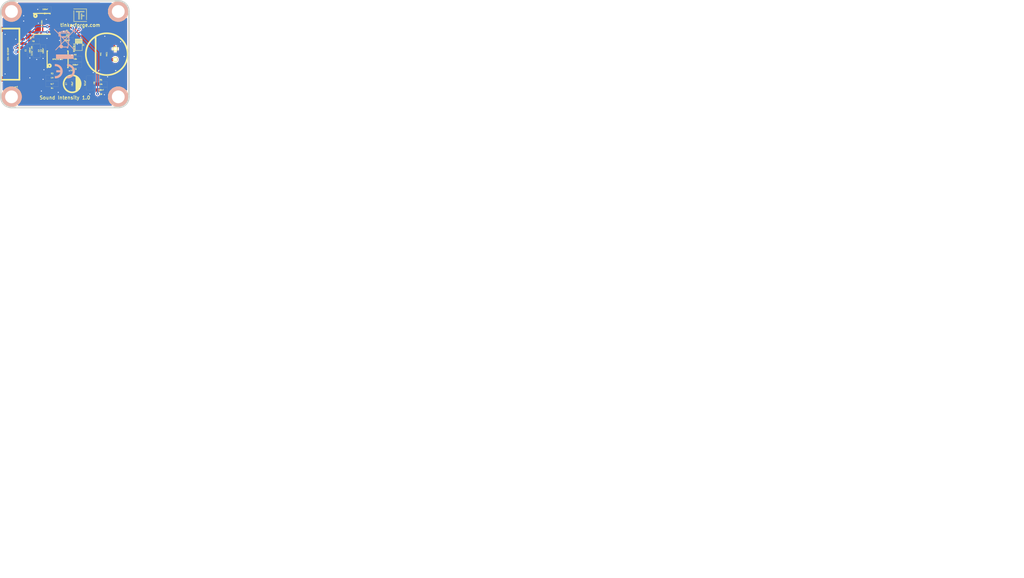
<source format=kicad_pcb>
(kicad_pcb (version 3) (host pcbnew "(2013-05-18 BZR 4017)-stable")
  (title_block (title "Sound Intensity Bricklet") (rev 1.0) (company "Tinkerforge GmbH") (comment 1 "Licensed under CERN OHL v.1.1") (comment 2 "Copyright (©) 2013, B.Nordmeyer <bastian@tinkerforge.com>"))
  (layers (15 Vorderseite signal) (0 Rückseite signal hide) (18 B.Paste user) (19 F.Paste user) (20 B.SilkS user) (21 F.SilkS user) (22 B.Mask user) (23 F.Mask user) (28 Edge.Cuts user))
  (net 0 "")
  (net 1 GND)
  (net 2 N-0000010)
  (net 3 N-0000011)
  (net 4 N-0000012)
  (net 5 N-0000013)
  (net 6 N-0000018)
  (net 7 N-0000019)
  (net 8 N-000002)
  (net 9 N-000005)
  (net 10 N-000007)
  (net 11 N-000008)
  (net 12 N-000009)
  (net 13 VAA)
  (net 14 VCC)
  (module CE_5mm (layer Rückseite) (at 57.85 46.3 180)
    (fp_text reference VAL hide)
    (fp_text value CE_5mm hide)
  )
  (module SOIC8 (layer Vorderseite) (at 56.2 43.5)
    (fp_text reference U1 (at 3.29946 2.60096) (layer F.SilkS) (effects (font (size 0.29972 0.29972) (thickness 0.0762))))
    (fp_text value OPA2313ID (at 0 0) (layer F.SilkS) (effects (font (size 0.29972 0.29972) (thickness 0.0762))))
    (pad 1 smd rect (at -1.90246 2.69748 180) (size 0.59944 1.5494) (layers Vorderseite F.Paste F.Mask) (net 11 N-000008))
    (pad 2 smd rect (at -0.63246 2.69748 180) (size 0.59944 1.5494) (layers Vorderseite F.Paste F.Mask) (net 9 N-000005))
    (pad 3 smd rect (at 0.63246 2.69748 180) (size 0.59944 1.5494) (layers Vorderseite F.Paste F.Mask) (net 7 N-0000019))
    (pad 4 smd rect (at 1.90246 2.69748 180) (size 0.59944 1.5494) (layers Vorderseite F.Paste F.Mask) (net 1 GND))
    (pad 5 smd rect (at 1.90246 -2.69748) (size 0.59944 1.5494) (layers Vorderseite F.Paste F.Mask) (net 12 N-000009))
    (pad 6 smd rect (at 0.63246 -2.69748) (size 0.59944 1.5494) (layers Vorderseite F.Paste F.Mask) (net 5 N-0000013))
    (pad 7 smd rect (at -0.63246 -2.69748) (size 0.59944 1.5494) (layers Vorderseite F.Paste F.Mask) (net 5 N-0000013))
    (pad 8 smd rect (at -1.90246 -2.69748) (size 0.59944 1.5494) (layers Vorderseite F.Paste F.Mask) (net 13 VAA))
  )
  (module DRILL_NP (layer Vorderseite) (at 70.4 32.3)
    (fp_text reference U3 hide)
    (fp_text value DRILL hide)
    (pad "" thru_hole circle (at 0 0) (size 2.99974 2.99974) (drill 2.99974) (layers *.Cu *.SilkS *.Mask) (clearance 0.89916))
  )
  (module DRILL_NP (layer Vorderseite) (at 45.4 52.3)
    (fp_text reference U4 hide)
    (fp_text value DRILL hide)
    (pad "" thru_hole circle (at 0 0) (size 2.99974 2.99974) (drill 2.99974) (layers *.Cu *.SilkS *.Mask) (clearance 0.89916))
  )
  (module DRILL_NP (layer Vorderseite) (at 45.4 32.3)
    (fp_text reference U6 hide)
    (fp_text value DRILL hide)
    (pad "" thru_hole circle (at 0 0) (size 2.99974 2.99974) (drill 2.99974) (layers *.Cu *.SilkS *.Mask) (clearance 0.89916))
  )
  (module DRILL_NP (layer Vorderseite) (at 70.4 52.3)
    (fp_text reference U5 hide)
    (fp_text value DRILL hide)
    (pad "" thru_hole circle (at 0 0) (size 2.99974 2.99974) (drill 2.99974) (layers *.Cu *.SilkS *.Mask) (clearance 0.89916))
  )
  (module CON-SENSOR (layer Vorderseite) (at 43 42.3 270)
    (fp_text reference P1 (at 7.9502 -3.50012 270) (layer F.SilkS) (effects (font (size 0.59944 0.59944) (thickness 0.12446))))
    (fp_text value CON-SENSOR (at 0 -1.6002 270) (layer F.SilkS) (effects (font (size 0.29972 0.29972) (thickness 0.07112))))
    (pad 1 smd rect (at -4.50088 -4.7752 270) (size 0.59944 1.5494) (layers Vorderseite F.Paste F.Mask))
    (pad 2 smd rect (at -3.50012 -4.7752 270) (size 0.59944 1.5494) (layers Vorderseite F.Paste F.Mask) (net 1 GND))
    (pad 3 smd rect (at -2.49936 -4.7752 270) (size 0.59944 1.5494) (layers Vorderseite F.Paste F.Mask) (net 14 VCC))
    (pad 4 smd rect (at -1.50114 -4.7752 270) (size 0.59944 1.5494) (layers Vorderseite F.Paste F.Mask) (net 2 N-0000010))
    (pad 5 smd rect (at -0.50038 -4.7752 270) (size 0.59944 1.5494) (layers Vorderseite F.Paste F.Mask) (net 3 N-0000011))
    (pad 6 smd rect (at 0.50038 -4.7752 270) (size 0.59944 1.5494) (layers Vorderseite F.Paste F.Mask) (net 4 N-0000012))
    (pad 7 smd rect (at 1.50114 -4.7752 270) (size 0.59944 1.5494) (layers Vorderseite F.Paste F.Mask) (net 5 N-0000013))
    (pad 8 smd rect (at 2.49936 -4.7752 270) (size 0.59944 1.5494) (layers Vorderseite F.Paste F.Mask))
    (pad 9 smd rect (at 3.50012 -4.7752 270) (size 0.59944 1.5494) (layers Vorderseite F.Paste F.Mask))
    (pad 10 smd rect (at 4.50088 -4.7752 270) (size 0.59944 1.5494) (layers Vorderseite F.Paste F.Mask))
    (pad EP smd rect (at -5.79882 -0.89916 270) (size 1.19888 1.80086) (layers Vorderseite F.Paste F.Mask) (net 1 GND))
    (pad EP smd rect (at 5.79882 -0.89916 270) (size 1.19888 1.80086) (layers Vorderseite F.Paste F.Mask) (net 1 GND))
  )
  (module 0603 (layer Vorderseite) (at 52.8 41.5 90)
    (fp_text reference C2 (at 0 -1.00076 90) (layer F.SilkS) (effects (font (size 0.29972 0.29972) (thickness 0.0762))))
    (fp_text value 100nF (at 0 0 90) (layer F.SilkS) (effects (font (size 0.29972 0.29972) (thickness 0.0762))))
    (pad 1 smd rect (at -0.8001 0 90) (size 0.8001 0.8001) (layers Vorderseite F.Paste F.Mask) (net 1 GND))
    (pad 2 smd rect (at 0.8001 0 90) (size 0.8001 0.8001) (layers Vorderseite F.Paste F.Mask) (net 13 VAA))
  )
  (module 0603 (layer Vorderseite) (at 58.45 37.8)
    (fp_text reference R1 (at 0 -1.00076) (layer F.SilkS) (effects (font (size 0.29972 0.29972) (thickness 0.0762))))
    (fp_text value 1M (at 0 0) (layer F.SilkS) (effects (font (size 0.29972 0.29972) (thickness 0.0762))))
    (pad 1 smd rect (at -0.8001 0) (size 0.8001 0.8001) (layers Vorderseite F.Paste F.Mask) (net 1 GND))
    (pad 2 smd rect (at 0.8001 0) (size 0.8001 0.8001) (layers Vorderseite F.Paste F.Mask) (net 12 N-000009))
  )
  (module 0603 (layer Vorderseite) (at 49.7 41.4 90)
    (fp_text reference C1 (at 0 -1.00076 90) (layer F.SilkS) (effects (font (size 0.29972 0.29972) (thickness 0.0762))))
    (fp_text value 100nF (at 0 0 90) (layer F.SilkS) (effects (font (size 0.29972 0.29972) (thickness 0.0762))))
    (pad 1 smd rect (at -0.8001 0 90) (size 0.8001 0.8001) (layers Vorderseite F.Paste F.Mask) (net 1 GND))
    (pad 2 smd rect (at 0.8001 0 90) (size 0.8001 0.8001) (layers Vorderseite F.Paste F.Mask) (net 14 VCC))
  )
  (module 0603 (layer Vorderseite) (at 58.45 39.1)
    (fp_text reference C5 (at 0 -1.00076) (layer F.SilkS) (effects (font (size 0.29972 0.29972) (thickness 0.0762))))
    (fp_text value 100nF (at 0 0) (layer F.SilkS) (effects (font (size 0.29972 0.29972) (thickness 0.0762))))
    (pad 1 smd rect (at -0.8001 0) (size 0.8001 0.8001) (layers Vorderseite F.Paste F.Mask) (net 1 GND))
    (pad 2 smd rect (at 0.8001 0) (size 0.8001 0.8001) (layers Vorderseite F.Paste F.Mask) (net 12 N-000009))
  )
  (module 0603 (layer Vorderseite) (at 54.9 47.85)
    (fp_text reference R3 (at 0 -1.00076) (layer F.SilkS) (effects (font (size 0.29972 0.29972) (thickness 0.0762))))
    (fp_text value 1M (at 0 0) (layer F.SilkS) (effects (font (size 0.29972 0.29972) (thickness 0.0762))))
    (pad 1 smd rect (at -0.8001 0) (size 0.8001 0.8001) (layers Vorderseite F.Paste F.Mask) (net 11 N-000008))
    (pad 2 smd rect (at 0.8001 0) (size 0.8001 0.8001) (layers Vorderseite F.Paste F.Mask) (net 9 N-000005))
  )
  (module 0603 (layer Vorderseite) (at 60.35 43.45)
    (fp_text reference R2 (at 0 -1.00076) (layer F.SilkS) (effects (font (size 0.29972 0.29972) (thickness 0.0762))))
    (fp_text value 10k (at 0 0) (layer F.SilkS) (effects (font (size 0.29972 0.29972) (thickness 0.0762))))
    (pad 1 smd rect (at -0.8001 0) (size 0.8001 0.8001) (layers Vorderseite F.Paste F.Mask) (net 1 GND))
    (pad 2 smd rect (at 0.8001 0) (size 0.8001 0.8001) (layers Vorderseite F.Paste F.Mask) (net 6 N-0000018))
  )
  (module 0603 (layer Vorderseite) (at 54.9 49.3 180)
    (fp_text reference R4 (at 0 -1.00076 180) (layer F.SilkS) (effects (font (size 0.29972 0.29972) (thickness 0.0762))))
    (fp_text value 4k7 (at 0 0 180) (layer F.SilkS) (effects (font (size 0.29972 0.29972) (thickness 0.0762))))
    (pad 1 smd rect (at -0.8001 0 180) (size 0.8001 0.8001) (layers Vorderseite F.Paste F.Mask) (net 10 N-000007))
    (pad 2 smd rect (at 0.8001 0 180) (size 0.8001 0.8001) (layers Vorderseite F.Paste F.Mask) (net 9 N-000005))
  )
  (module 0603 (layer Vorderseite) (at 60.35 44.8 180)
    (fp_text reference C6 (at 0 -1.00076 180) (layer F.SilkS) (effects (font (size 0.29972 0.29972) (thickness 0.0762))))
    (fp_text value 100nF (at 0 0 180) (layer F.SilkS) (effects (font (size 0.29972 0.29972) (thickness 0.0762))))
    (pad 1 smd rect (at -0.8001 0 180) (size 0.8001 0.8001) (layers Vorderseite F.Paste F.Mask) (net 6 N-0000018))
    (pad 2 smd rect (at 0.8001 0 180) (size 0.8001 0.8001) (layers Vorderseite F.Paste F.Mask) (net 11 N-000008))
  )
  (module 0603 (layer Vorderseite) (at 66.35 49.35)
    (fp_text reference R5 (at 0 -1.00076) (layer F.SilkS) (effects (font (size 0.29972 0.29972) (thickness 0.0762))))
    (fp_text value 10k (at 0 0) (layer F.SilkS) (effects (font (size 0.29972 0.29972) (thickness 0.07493))))
    (pad 1 smd rect (at -0.8001 0) (size 0.8001 0.8001) (layers Vorderseite F.Paste F.Mask) (net 8 N-000002))
    (pad 2 smd rect (at 0.8001 0) (size 0.8001 0.8001) (layers Vorderseite F.Paste F.Mask) (net 13 VAA))
  )
  (module 0603 (layer Vorderseite) (at 50.5 39.3)
    (fp_text reference L1 (at 0 -1.00076) (layer F.SilkS) (effects (font (size 0.29972 0.29972) (thickness 0.0762))))
    (fp_text value FB (at 0 0) (layer F.SilkS) (effects (font (size 0.29972 0.29972) (thickness 0.0762))))
    (pad 1 smd rect (at -0.8001 0) (size 0.8001 0.8001) (layers Vorderseite F.Paste F.Mask) (net 14 VCC))
    (pad 2 smd rect (at 0.8001 0) (size 0.8001 0.8001) (layers Vorderseite F.Paste F.Mask) (net 13 VAA))
  )
  (module SOIC8 (layer Vorderseite) (at 52.5 35.2 270)
    (fp_text reference U2 (at 3.29946 2.60096 270) (layer F.SilkS) (effects (font (size 0.29972 0.29972) (thickness 0.0762))))
    (fp_text value M24C64 (at 0 0 270) (layer F.SilkS) (effects (font (size 0.29972 0.29972) (thickness 0.0762))))
    (pad 1 smd rect (at -1.90246 2.69748 90) (size 0.59944 1.5494) (layers Vorderseite F.Paste F.Mask) (net 1 GND))
    (pad 2 smd rect (at -0.63246 2.69748 90) (size 0.59944 1.5494) (layers Vorderseite F.Paste F.Mask) (net 1 GND))
    (pad 3 smd rect (at 0.63246 2.69748 90) (size 0.59944 1.5494) (layers Vorderseite F.Paste F.Mask) (net 4 N-0000012))
    (pad 4 smd rect (at 1.90246 2.69748 90) (size 0.59944 1.5494) (layers Vorderseite F.Paste F.Mask) (net 1 GND))
    (pad 5 smd rect (at 1.90246 -2.69748 270) (size 0.59944 1.5494) (layers Vorderseite F.Paste F.Mask) (net 3 N-0000011))
    (pad 6 smd rect (at 0.63246 -2.69748 270) (size 0.59944 1.5494) (layers Vorderseite F.Paste F.Mask) (net 2 N-0000010))
    (pad 7 smd rect (at -0.63246 -2.69748 270) (size 0.59944 1.5494) (layers Vorderseite F.Paste F.Mask))
    (pad 8 smd rect (at -1.90246 -2.69748 270) (size 0.59944 1.5494) (layers Vorderseite F.Paste F.Mask) (net 14 VCC))
  )
  (module 0805 (layer Vorderseite) (at 51.3 41.5 270)
    (fp_text reference C3 (at 0 -1.04902 270) (layer F.SilkS) (effects (font (size 0.29972 0.29972) (thickness 0.0762))))
    (fp_text value "2.2uF 10V" (at 0 1.15062 270) (layer F.SilkS) (effects (font (size 0.29972 0.29972) (thickness 0.0762))))
    (pad 1 smd rect (at -1.00076 0 270) (size 1.00076 1.24968) (layers Vorderseite F.Paste F.Mask) (net 13 VAA) (clearance 0.14986))
    (pad 2 smd rect (at 1.00076 0 270) (size 1.00076 1.24968) (layers Vorderseite F.Paste F.Mask) (net 1 GND) (clearance 0.14986))
  )
  (module Logo_31x31 (layer Vorderseite) (at 59.9 31.6)
    (fp_text reference G*** hide)
    (fp_text value Logo_31x31 hide)
  )
  (module WEEE_7mm (layer Rückseite) (at 57.85 39.9)
    (fp_text reference VAL hide)
    (fp_text value WEEE_7mm hide)
  )
  (module Fiducial_Mark (layer Vorderseite) (at 50.4 51.3)
    (fp_text reference Fiducial_Mark hide)
    (fp_text value VAL** hide)
    (pad 1 smd circle (at 0 0) (size 1.00076 1.00076) (layers Vorderseite F.Mask) (clearance 0.65024))
  )
  (module Fiducial_Mark (layer Vorderseite) (at 66.9 31.3)
    (fp_text reference Fiducial_Mark hide)
    (fp_text value VAL** hide)
    (pad 1 smd circle (at 0 0) (size 1.00076 1.00076) (layers Vorderseite F.Mask) (clearance 0.65024))
  )
  (module MICRO_9_7 (layer Vorderseite) (at 67.7 42.3 270)
    (fp_text reference MIC1 (at 0 0 270) (layer F.SilkS) (effects (font (size 0.3 0.3) (thickness 0.075))))
    (fp_text value MIC (at 0 1.4 270) (layer F.SilkS) (effects (font (size 0.3 0.3) (thickness 0.075))))
    (pad 2 thru_hole circle (at -1.25 -2 270) (size 1.2 1.2) (drill 0.6) (layers *.Cu *.Mask F.SilkS) (net 1 GND))
    (pad 1 thru_hole circle (at 1.25 -2 270) (size 1.2 1.2) (drill 0.6) (layers *.Cu *.Mask F.SilkS) (net 8 N-000002))
  )
  (module SOD-123 (layer Vorderseite) (at 61.15 40.1 90)
    (fp_text reference D1 (at 0 1.09982 90) (layer F.SilkS) (effects (font (size 0.29972 0.29972) (thickness 0.0762))))
    (fp_text value B0520LW (at -0.70104 -1.09982 90) (layer F.SilkS) (effects (font (size 0.29972 0.29972) (thickness 0.0762))))
    (pad 1 smd rect (at -1.84912 0 90) (size 1.19888 0.70104) (layers Vorderseite F.Paste F.Mask) (net 6 N-0000018) (clearance 0.14986))
    (pad 2 smd rect (at 1.84912 0 90) (size 1.19888 0.70104) (layers Vorderseite F.Paste F.Mask) (net 12 N-000009) (clearance 0.14986))
  )
  (module 0603 (layer Vorderseite) (at 53.3 31.8 180)
    (fp_text reference C4 (at 0 -1.00076 180) (layer F.SilkS) (effects (font (size 0.29972 0.29972) (thickness 0.0762))))
    (fp_text value 100nF (at 0 0 180) (layer F.SilkS) (effects (font (size 0.29972 0.29972) (thickness 0.0762))))
    (pad 1 smd rect (at -0.8001 0 180) (size 0.8001 0.8001) (layers Vorderseite F.Paste F.Mask) (net 14 VCC))
    (pad 2 smd rect (at 0.8001 0 180) (size 0.8001 0.8001) (layers Vorderseite F.Paste F.Mask) (net 1 GND))
  )
  (module ELKO_43 (layer Vorderseite) (at 59.6 49.25 90)
    (fp_text reference C7 (at 0 -1.4 90) (layer F.SilkS) (effects (font (size 0.3 0.3) (thickness 0.075))))
    (fp_text value 10µF (at 0 0 90) (layer F.SilkS) (effects (font (size 0.3 0.3) (thickness 0.075))))
    (pad 2 smd rect (at 0 1.7 90) (size 0.9 2.5) (layers Vorderseite F.Paste F.Mask) (net 1 GND))
    (pad 1 smd rect (at 0 -1.7 90) (size 0.9 2.5) (layers Vorderseite F.Paste F.Mask) (net 10 N-000007))
  )
  (module 0805 (layer Vorderseite) (at 63.75 49.05 270)
    (fp_text reference C9 (at 0 -1.04902 270) (layer F.SilkS) (effects (font (size 0.29972 0.29972) (thickness 0.0762))))
    (fp_text value 0.1µF (at 0 1.15062 270) (layer F.SilkS) (effects (font (size 0.29972 0.29972) (thickness 0.0762))))
    (pad 1 smd rect (at -1.00076 0 270) (size 1.00076 1.24968) (layers Vorderseite F.Paste F.Mask) (net 7 N-0000019) (clearance 0.14986))
    (pad 2 smd rect (at 1.00076 0 270) (size 1.00076 1.24968) (layers Vorderseite F.Paste F.Mask) (net 8 N-000002) (clearance 0.14986))
  )
  (module 0603 (layer Vorderseite) (at 66.35 50.7 180)
    (fp_text reference C8 (at 0 -1.00076 180) (layer F.SilkS) (effects (font (size 0.29972 0.29972) (thickness 0.0762))))
    (fp_text value 100nF (at 0 0 180) (layer F.SilkS) (effects (font (size 0.29972 0.29972) (thickness 0.0762))))
    (pad 1 smd rect (at -0.8001 0 180) (size 0.8001 0.8001) (layers Vorderseite F.Paste F.Mask) (net 1 GND))
    (pad 2 smd rect (at 0.8001 0 180) (size 0.8001 0.8001) (layers Vorderseite F.Paste F.Mask) (net 13 VAA))
  )
  (gr_line (start 72.9 52.3) (end 72.9 32.3) (angle 90) (layer Edge.Cuts) (width 0.381))
  (gr_arc (start 70.4 52.3) (end 72.9 52.3) (angle 90) (layer Edge.Cuts) (width 0.381))
  (gr_arc (start 70.4 32.3) (end 70.4 29.8) (angle 90) (layer Edge.Cuts) (width 0.381))
  (gr_text "Sound Intensity 1.0" (at 57.9 52.5) (layer F.SilkS) (effects (font (size 0.8 0.8))))
  (gr_text tinkerforge.com (at 61.5 35.5) (layer F.SilkS) (effects (font (size 0.8 0.8))))
  (gr_line (start 45.4 29.8) (end 70.3 29.8) (angle 90) (layer Edge.Cuts) (width 0.381))
  (gr_line (start 70.3 54.8) (end 45.4 54.8) (angle 90) (layer Edge.Cuts) (width 0.381))
  (gr_line (start 42.9 32.3) (end 42.9 52.3) (angle 90) (layer Edge.Cuts) (width 0.381))
  (gr_arc (start 45.4 32.3) (end 42.9 32.3) (angle 90) (layer Edge.Cuts) (width 0.381))
  (gr_arc (start 45.4 52.3) (end 45.4 54.8) (angle 90) (layer Edge.Cuts) (width 0.381))
  (segment (start 69.7 41.05) (end 69.7 40.55) (width 0.29972) (layer Vorderseite) (net 1))
  (via (at 69.8 46.15) (size 0.70104) (layers Vorderseite Rückseite) (net 1))
  (segment (start 71.45 44.5) (end 69.8 46.15) (width 0.29972) (layer Rückseite) (net 1))
  (segment (start 71.45 43.2) (end 71.45 44.5) (width 0.29972) (layer Rückseite) (net 1))
  (segment (start 71.8 42.85) (end 71.45 43.2) (width 0.29972) (layer Rückseite) (net 1))
  (via (at 71.8 42.85) (size 0.70104) (layers Vorderseite Rückseite) (net 1))
  (segment (start 71.8 40.25) (end 71.8 42.85) (width 0.29972) (layer Vorderseite) (net 1))
  (segment (start 70.95 39.4) (end 71.8 40.25) (width 0.29972) (layer Vorderseite) (net 1))
  (via (at 70.95 39.4) (size 0.70104) (layers Vorderseite Rückseite) (net 1))
  (segment (start 68.55 39.4) (end 70.95 39.4) (width 0.29972) (layer Rückseite) (net 1))
  (segment (start 67.25 38.1) (end 68.55 39.4) (width 0.29972) (layer Rückseite) (net 1))
  (via (at 67.25 38.1) (size 0.70104) (layers Vorderseite Rückseite) (net 1))
  (segment (start 69.7 40.55) (end 67.25 38.1) (width 0.29972) (layer Vorderseite) (net 1))
  (segment (start 67.15 47.8) (end 67.7 47.8) (width 0.29972) (layer Rückseite) (net 1))
  (via (at 67.9 47.6) (size 0.70104) (layers Vorderseite Rückseite) (net 1))
  (segment (start 67.7 47.8) (end 67.9 47.6) (width 0.29972) (layer Rückseite) (net 1))
  (segment (start 63.3 44.2) (end 63.3 45.35) (width 0.29972) (layer Rückseite) (net 1))
  (segment (start 61.3 46.2) (end 63.3 44.2) (width 0.29972) (layer Vorderseite) (net 1))
  (via (at 63.3 44.2) (size 0.70104) (layers Vorderseite Rückseite) (net 1))
  (segment (start 58.95 46.2) (end 61.3 46.2) (width 0.29972) (layer Vorderseite) (net 1))
  (via (at 64.55 46.6) (size 0.70104) (layers Vorderseite Rückseite) (net 1))
  (segment (start 63.3 45.35) (end 64.55 46.6) (width 0.29972) (layer Rückseite) (net 1))
  (segment (start 59.55 42.5) (end 59.55 41.2) (width 0.29972) (layer Vorderseite) (net 1))
  (via (at 60.8 39.95) (size 0.70104) (layers Vorderseite Rückseite) (net 1))
  (segment (start 59.55 41.2) (end 60.8 39.95) (width 0.29972) (layer Vorderseite) (net 1))
  (segment (start 59.55 42.5) (end 57.95 42.5) (width 0.29972) (layer Rückseite) (net 1))
  (via (at 56.9 43.55) (size 0.70104) (layers Vorderseite Rückseite) (net 1))
  (segment (start 57.95 42.5) (end 56.9 43.55) (width 0.29972) (layer Rückseite) (net 1))
  (segment (start 52.8 48.2) (end 52.8 46.15) (width 0.29972) (layer Vorderseite) (net 1))
  (segment (start 52.4 48.6) (end 52.8 48.2) (width 0.29972) (layer Vorderseite) (net 1))
  (via (at 52.8 48.2) (size 0.70104) (layers Vorderseite Rückseite) (net 1))
  (segment (start 61.3 50.4) (end 57.2 50.4) (width 0.29972) (layer Vorderseite) (net 1))
  (via (at 52.4 50.95) (size 0.70104) (layers Vorderseite Rückseite) (net 1))
  (segment (start 52.55 51.1) (end 52.4 50.95) (width 0.29972) (layer Rückseite) (net 1))
  (segment (start 56.2 51.1) (end 52.55 51.1) (width 0.29972) (layer Rückseite) (net 1))
  (segment (start 56.35 51.25) (end 56.2 51.1) (width 0.29972) (layer Rückseite) (net 1))
  (via (at 56.35 51.25) (size 0.70104) (layers Vorderseite Rückseite) (net 1))
  (segment (start 57.2 50.4) (end 56.35 51.25) (width 0.29972) (layer Vorderseite) (net 1))
  (segment (start 52.4 50.95) (end 52.4 48.6) (width 0.29972) (layer Vorderseite) (net 1))
  (via (at 53 45.95) (size 0.70104) (layers Vorderseite Rückseite) (net 1))
  (segment (start 52.8 46.15) (end 53 45.95) (width 0.29972) (layer Vorderseite) (net 1))
  (via (at 49.7 47.85) (size 0.70104) (layers Vorderseite Rückseite) (net 1))
  (segment (start 61.3 50.4) (end 62.5 50.4) (width 0.29972) (layer Rückseite) (net 1))
  (via (at 63.75 51.65) (size 0.70104) (layers Vorderseite Rückseite) (net 1))
  (segment (start 62.5 50.4) (end 63.75 51.65) (width 0.29972) (layer Rückseite) (net 1))
  (segment (start 51.7 35.05) (end 52.65 35.05) (width 0.29972) (layer Rückseite) (net 1))
  (via (at 53.55 34.15) (size 0.70104) (layers Vorderseite Rückseite) (net 1))
  (segment (start 52.65 35.05) (end 53.55 34.15) (width 0.29972) (layer Rückseite) (net 1))
  (segment (start 56.65 39.1) (end 54.2 39.1) (width 0.29972) (layer Rückseite) (net 1))
  (via (at 53.7 38.6) (size 0.70104) (layers Vorderseite Rückseite) (net 1))
  (segment (start 54.2 39.1) (end 53.7 38.6) (width 0.29972) (layer Rückseite) (net 1))
  (segment (start 57.65 36.95) (end 57.65 36.45) (width 0.29972) (layer Rückseite) (net 1))
  (segment (start 56.25 35.05) (end 51.7 35.05) (width 0.29972) (layer Rückseite) (net 1))
  (segment (start 57.65 36.45) (end 56.25 35.05) (width 0.29972) (layer Rückseite) (net 1))
  (segment (start 57.6499 37.8) (end 57.6499 36.9501) (width 0.29972) (layer Vorderseite) (net 1))
  (segment (start 57.1 39.1) (end 56.65 39.1) (width 0.29972) (layer Rückseite) (net 1))
  (segment (start 57.6 38.6) (end 57.1 39.1) (width 0.29972) (layer Rückseite) (net 1))
  (segment (start 57.6 37) (end 57.6 38.6) (width 0.29972) (layer Rückseite) (net 1))
  (segment (start 57.65 36.95) (end 57.6 37) (width 0.29972) (layer Rückseite) (net 1))
  (via (at 57.65 36.95) (size 0.70104) (layers Vorderseite Rückseite) (net 1))
  (segment (start 57.6499 36.9501) (end 57.65 36.95) (width 0.29972) (layer Vorderseite) (net 1))
  (segment (start 51.24754 37.10246) (end 51.7 36.65) (width 0.29972) (layer Vorderseite) (net 1))
  (segment (start 49.80252 37.10246) (end 51.24754 37.10246) (width 0.29972) (layer Vorderseite) (net 1))
  (via (at 51.7 35.05) (size 0.70104) (layers Vorderseite Rückseite) (net 1))
  (segment (start 51.7 36.65) (end 51.7 35.05) (width 0.29972) (layer Vorderseite) (net 1))
  (segment (start 49.80252 33.29754) (end 48.25246 33.29754) (width 0.29972) (layer Vorderseite) (net 1))
  (segment (start 48.25 33.3) (end 48.25 34.55) (width 0.29972) (layer Rückseite) (net 1))
  (via (at 48.25 33.3) (size 0.70104) (layers Vorderseite Rückseite) (net 1))
  (segment (start 48.25246 33.29754) (end 48.25 33.3) (width 0.29972) (layer Vorderseite) (net 1))
  (segment (start 49.80252 34.56754) (end 48.26754 34.56754) (width 0.29972) (layer Vorderseite) (net 1))
  (segment (start 45.25 37.55) (end 45.25 37.65) (width 0.29972) (layer Rückseite) (net 1))
  (segment (start 48.25 34.55) (end 45.25 37.55) (width 0.29972) (layer Rückseite) (net 1))
  (via (at 48.25 34.55) (size 0.70104) (layers Vorderseite Rückseite) (net 1))
  (segment (start 48.26754 34.56754) (end 48.25 34.55) (width 0.29972) (layer Vorderseite) (net 1))
  (segment (start 44.8 47.85) (end 43.9 46.95) (width 0.29972) (layer Rückseite) (net 1))
  (segment (start 61.3 50.4) (end 52.4 50.4) (width 0.29972) (layer Rückseite) (net 1))
  (segment (start 52.4 50.4) (end 49.85 47.85) (width 0.29972) (layer Rückseite) (net 1))
  (segment (start 43.9 37.65) (end 43.9 46.95) (width 0.29972) (layer Rückseite) (net 1))
  (segment (start 43.89916 46.95084) (end 43.89916 48.09882) (width 0.29972) (layer Vorderseite) (net 1))
  (via (at 43.9 46.95) (size 0.70104) (layers Vorderseite Rückseite) (net 1))
  (segment (start 43.9 46.95) (end 43.89916 46.95084) (width 0.29972) (layer Vorderseite) (net 1))
  (segment (start 47.7752 38.79988) (end 46.40012 38.79988) (width 0.29972) (layer Vorderseite) (net 1))
  (segment (start 43.89916 37.64916) (end 43.89916 36.50118) (width 0.29972) (layer Vorderseite) (net 1))
  (segment (start 43.9 37.65) (end 43.89916 37.64916) (width 0.29972) (layer Vorderseite) (net 1))
  (via (at 43.9 37.65) (size 0.70104) (layers Vorderseite Rückseite) (net 1))
  (segment (start 45.25 37.65) (end 43.9 37.65) (width 0.29972) (layer Rückseite) (net 1))
  (segment (start 46.4 38.8) (end 45.25 37.65) (width 0.29972) (layer Rückseite) (net 1))
  (via (at 46.4 38.8) (size 0.70104) (layers Vorderseite Rückseite) (net 1))
  (segment (start 46.40012 38.79988) (end 46.4 38.8) (width 0.29972) (layer Vorderseite) (net 1))
  (segment (start 67.15 51.8) (end 67.15 47.8) (width 0.29972) (layer Rückseite) (net 1))
  (segment (start 67.15 47.8) (end 67.15 43.6) (width 0.29972) (layer Rückseite) (net 1))
  (segment (start 67.15 43.6) (end 69.7 41.05) (width 0.29972) (layer Rückseite) (net 1))
  (segment (start 61.3 50.4) (end 61.6 50.4) (width 0.29972) (layer Rückseite) (net 1))
  (via (at 67.15 51.8) (size 0.70104) (layers Vorderseite Rückseite) (net 1))
  (segment (start 66.25 52.7) (end 67.15 51.8) (width 0.29972) (layer Rückseite) (net 1))
  (segment (start 63.9 52.7) (end 66.25 52.7) (width 0.29972) (layer Rückseite) (net 1))
  (segment (start 61.6 50.4) (end 63.9 52.7) (width 0.29972) (layer Rückseite) (net 1))
  (segment (start 58.10246 46.19748) (end 58.94748 46.19748) (width 0.29972) (layer Vorderseite) (net 1))
  (segment (start 61.3 50.4) (end 61.3 49.25) (width 0.29972) (layer Vorderseite) (net 1))
  (via (at 61.3 50.4) (size 0.70104) (layers Vorderseite Rückseite) (net 1))
  (segment (start 61.3 48.55) (end 61.3 50.4) (width 0.29972) (layer Rückseite) (net 1))
  (segment (start 58.95 46.2) (end 61.3 48.55) (width 0.29972) (layer Rückseite) (net 1))
  (via (at 58.95 46.2) (size 0.70104) (layers Vorderseite Rückseite) (net 1))
  (segment (start 58.94748 46.19748) (end 58.95 46.2) (width 0.29972) (layer Vorderseite) (net 1))
  (segment (start 67.15 51.8) (end 67.1501 51.7999) (width 0.29972) (layer Vorderseite) (net 1))
  (segment (start 52.4999 31.8) (end 51.55 31.8) (width 0.29972) (layer Vorderseite) (net 1))
  (segment (start 50.05 33.3) (end 48.25 33.3) (width 0.29972) (layer Rückseite) (net 1))
  (segment (start 51.55 31.8) (end 50.05 33.3) (width 0.29972) (layer Rückseite) (net 1))
  (via (at 51.55 31.8) (size 0.70104) (layers Vorderseite Rückseite) (net 1))
  (segment (start 67.1501 51.7999) (end 67.1501 50.7) (width 0.29972) (layer Vorderseite) (net 1))
  (segment (start 51.3 43.55) (end 51.3 46.25) (width 0.29972) (layer Rückseite) (net 1))
  (segment (start 51.3 46.25) (end 49.7 47.85) (width 0.29972) (layer Rückseite) (net 1))
  (segment (start 51.3 42.50076) (end 51.3 43.55) (width 0.29972) (layer Vorderseite) (net 1))
  (segment (start 49.7 43.2) (end 49.7 42.2001) (width 0.29972) (layer Vorderseite) (net 1))
  (via (at 49.7 43.2) (size 0.70104) (layers Vorderseite Rückseite) (net 1))
  (segment (start 50.95 43.2) (end 49.7 43.2) (width 0.29972) (layer Rückseite) (net 1))
  (segment (start 51.3 43.55) (end 50.95 43.2) (width 0.29972) (layer Rückseite) (net 1))
  (via (at 51.3 43.55) (size 0.70104) (layers Vorderseite Rückseite) (net 1))
  (segment (start 49.7 47.85) (end 44.8 47.85) (width 0.29972) (layer Rückseite) (net 1))
  (segment (start 49.85 47.85) (end 49.7 47.85) (width 0.29972) (layer Rückseite) (net 1))
  (segment (start 51.3 43.55) (end 52.55 43.55) (width 0.29972) (layer Rückseite) (net 1))
  (segment (start 52.55 43.55) (end 52.8 43.3) (width 0.29972) (layer Rückseite) (net 1))
  (segment (start 52.8 43.3) (end 52.8 42.95) (width 0.29972) (layer Rückseite) (net 1))
  (segment (start 52.8 42.95) (end 56.65 39.1) (width 0.29972) (layer Rückseite) (net 1))
  (via (at 52.8 43.3) (size 0.70104) (layers Vorderseite Rückseite) (net 1))
  (segment (start 56.65 39.1) (end 57.6499 39.1) (width 0.29972) (layer Vorderseite) (net 1))
  (via (at 56.65 39.1) (size 0.70104) (layers Vorderseite Rückseite) (net 1))
  (segment (start 56.65 39.6) (end 56.65 39.1) (width 0.29972) (layer Rückseite) (net 1))
  (segment (start 59.5499 43.45) (end 59.5499 42.5001) (width 0.29972) (layer Vorderseite) (net 1))
  (segment (start 59.5499 42.5001) (end 59.55 42.5) (width 0.29972) (layer Vorderseite) (net 1))
  (via (at 59.55 42.5) (size 0.70104) (layers Vorderseite Rückseite) (net 1))
  (segment (start 59.55 42.5) (end 56.65 39.6) (width 0.29972) (layer Rückseite) (net 1))
  (segment (start 52.8 43.3) (end 52.8 42.3001) (width 0.29972) (layer Vorderseite) (net 1))
  (segment (start 47.7752 40.79886) (end 46.40114 40.79886) (width 0.29972) (layer Vorderseite) (net 2))
  (segment (start 53.81754 35.83246) (end 55.19748 35.83246) (width 0.29972) (layer Vorderseite) (net 2))
  (segment (start 53.8 35.85) (end 53.81754 35.83246) (width 0.29972) (layer Vorderseite) (net 2))
  (via (at 53.8 35.85) (size 0.70104) (layers Vorderseite Rückseite) (net 2))
  (segment (start 51.35 35.85) (end 53.8 35.85) (width 0.29972) (layer Rückseite) (net 2))
  (segment (start 46.4 40.8) (end 51.35 35.85) (width 0.29972) (layer Rückseite) (net 2))
  (via (at 46.4 40.8) (size 0.70104) (layers Vorderseite Rückseite) (net 2))
  (segment (start 46.40114 40.79886) (end 46.4 40.8) (width 0.29972) (layer Vorderseite) (net 2))
  (segment (start 47.7752 41.79962) (end 46.45038 41.79962) (width 0.29972) (layer Vorderseite) (net 3))
  (segment (start 53.80246 37.10246) (end 55.19748 37.10246) (width 0.29972) (layer Vorderseite) (net 3))
  (segment (start 53.8 37.1) (end 53.80246 37.10246) (width 0.29972) (layer Vorderseite) (net 3))
  (via (at 53.8 37.1) (size 0.70104) (layers Vorderseite Rückseite) (net 3))
  (segment (start 51.15 37.1) (end 53.8 37.1) (width 0.29972) (layer Rückseite) (net 3))
  (segment (start 46.45 41.8) (end 51.15 37.1) (width 0.29972) (layer Rückseite) (net 3))
  (via (at 46.45 41.8) (size 0.70104) (layers Vorderseite Rückseite) (net 3))
  (segment (start 46.45038 41.79962) (end 46.45 41.8) (width 0.29972) (layer Vorderseite) (net 3))
  (segment (start 47.7752 42.80038) (end 46.05038 42.80038) (width 0.29972) (layer Vorderseite) (net 4))
  (segment (start 46.66754 35.83246) (end 49.80252 35.83246) (width 0.29972) (layer Vorderseite) (net 4))
  (segment (start 45.05 37.45) (end 46.66754 35.83246) (width 0.29972) (layer Vorderseite) (net 4))
  (segment (start 45.05 41.8) (end 45.05 37.45) (width 0.29972) (layer Vorderseite) (net 4))
  (segment (start 46.05038 42.80038) (end 45.05 41.8) (width 0.29972) (layer Vorderseite) (net 4))
  (segment (start 47.7752 43.80114) (end 48.75114 43.80114) (width 0.59944) (layer Vorderseite) (net 5))
  (segment (start 52.7001 44.6) (end 53.55 44.6) (width 0.59944) (layer Vorderseite) (net 5))
  (segment (start 53.55 44.6) (end 55.56754 42.58246) (width 0.59944) (layer Vorderseite) (net 5))
  (segment (start 49.55 44.6) (end 52.7001 44.6) (width 0.59944) (layer Vorderseite) (net 5))
  (segment (start 48.75114 43.80114) (end 49.55 44.6) (width 0.59944) (layer Vorderseite) (net 5))
  (segment (start 56.83246 40.80252) (end 56.83246 42.06754) (width 0.59944) (layer Vorderseite) (net 5))
  (segment (start 56.31754 42.58246) (end 55.56754 42.58246) (width 0.59944) (layer Vorderseite) (net 5))
  (segment (start 56.83246 42.06754) (end 56.31754 42.58246) (width 0.59944) (layer Vorderseite) (net 5))
  (segment (start 55.56754 42.58246) (end 55.56754 40.80252) (width 0.59944) (layer Vorderseite) (net 5))
  (segment (start 61.1501 43.45) (end 61.1501 41.94922) (width 0.59944) (layer Vorderseite) (net 6))
  (segment (start 61.1501 41.94922) (end 61.15 41.94912) (width 0.59944) (layer Vorderseite) (net 6))
  (segment (start 61.1501 44.8) (end 61.1501 43.45) (width 0.59944) (layer Vorderseite) (net 6))
  (segment (start 56.83246 47.13246) (end 56.83246 46.19748) (width 0.59944) (layer Vorderseite) (net 7))
  (segment (start 57.74924 48.04924) (end 56.83246 47.13246) (width 0.59944) (layer Vorderseite) (net 7))
  (segment (start 63.75 48.04924) (end 57.74924 48.04924) (width 0.59944) (layer Vorderseite) (net 7))
  (segment (start 69.7 43.55) (end 69.05 43.55) (width 0.59944) (layer Vorderseite) (net 8))
  (segment (start 69.05 43.55) (end 65.5499 47.0501) (width 0.59944) (layer Vorderseite) (net 8))
  (segment (start 65.5499 47.0501) (end 65.5499 49.35) (width 0.59944) (layer Vorderseite) (net 8))
  (segment (start 64.9 49.35) (end 65.5499 49.35) (width 0.59944) (layer Vorderseite) (net 8))
  (segment (start 63.75 50.05076) (end 64.19924 50.05076) (width 0.59944) (layer Vorderseite) (net 8))
  (segment (start 64.19924 50.05076) (end 64.9 49.35) (width 0.59944) (layer Vorderseite) (net 8))
  (segment (start 54.0999 49.3) (end 54.175 49.3) (width 0.59944) (layer Vorderseite) (net 9))
  (segment (start 54.175 49.3) (end 55.625 47.85) (width 0.59944) (layer Vorderseite) (net 9))
  (segment (start 55.56754 46.19748) (end 55.56754 46.93246) (width 0.59944) (layer Vorderseite) (net 9))
  (segment (start 55.7001 47.06502) (end 55.7001 47.85) (width 0.59944) (layer Vorderseite) (net 9))
  (segment (start 55.56754 46.93246) (end 55.7001 47.06502) (width 0.59944) (layer Vorderseite) (net 9))
  (segment (start 55.625 47.85) (end 55.7001 47.85) (width 0.59944) (layer Vorderseite) (net 9))
  (segment (start 55.7001 49.25) (end 57.9 49.25) (width 0.59944) (layer Vorderseite) (net 10))
  (segment (start 54.0999 47.85) (end 54.0999 47.5999) (width 0.59944) (layer Vorderseite) (net 11))
  (segment (start 54.0999 47.5999) (end 54.29754 47.40226) (width 0.59944) (layer Vorderseite) (net 11))
  (segment (start 54.29754 47.40226) (end 54.29754 46.19748) (width 0.59944) (layer Vorderseite) (net 11))
  (segment (start 59.5499 44.8) (end 54.9 44.8) (width 0.59944) (layer Vorderseite) (net 11))
  (segment (start 54.29754 45.40246) (end 54.29754 46.19748) (width 0.59944) (layer Vorderseite) (net 11))
  (segment (start 54.9 44.8) (end 54.29754 45.40246) (width 0.59944) (layer Vorderseite) (net 11))
  (segment (start 59.2501 37.8) (end 59.9 37.8) (width 0.29972) (layer Vorderseite) (net 12))
  (via (at 61.25 36.45) (size 0.70104) (layers Vorderseite Rückseite) (net 12))
  (segment (start 59.9 37.8) (end 61.25 36.45) (width 0.29972) (layer Vorderseite) (net 12))
  (segment (start 59.2501 40.1499) (end 59.2501 39.1) (width 0.59944) (layer Vorderseite) (net 12))
  (segment (start 58.59748 40.80252) (end 59.2501 40.1499) (width 0.59944) (layer Vorderseite) (net 12))
  (segment (start 59.2501 37.8) (end 59.2501 39.1) (width 0.59944) (layer Vorderseite) (net 12))
  (segment (start 60.25 37.8) (end 59.2501 37.8) (width 0.59944) (layer Vorderseite) (net 12))
  (segment (start 60.70088 38.25088) (end 60.25 37.8) (width 0.59944) (layer Vorderseite) (net 12))
  (segment (start 58.10246 40.80252) (end 58.59748 40.80252) (width 0.59944) (layer Vorderseite) (net 12))
  (segment (start 61.15 38.25088) (end 60.70088 38.25088) (width 0.59944) (layer Vorderseite) (net 12))
  (segment (start 52.47424 39.325) (end 52.47424 38.67576) (width 0.29972) (layer Vorderseite) (net 13))
  (segment (start 56.1 37.85) (end 56.5 37.45) (width 0.29972) (layer Vorderseite) (net 13))
  (segment (start 53.3 37.85) (end 56.1 37.85) (width 0.29972) (layer Vorderseite) (net 13))
  (segment (start 52.47424 38.67576) (end 53.3 37.85) (width 0.29972) (layer Vorderseite) (net 13))
  (segment (start 52.47424 39.325) (end 51.3 40.49924) (width 0.29972) (layer Vorderseite) (net 13))
  (segment (start 57.45 36.1) (end 59.65 36.1) (width 0.29972) (layer Vorderseite) (net 13))
  (segment (start 65.55 42) (end 65.55 51.6) (width 0.29972) (layer Rückseite) (net 13))
  (segment (start 59.7 36.15) (end 65.55 42) (width 0.29972) (layer Rückseite) (net 13))
  (via (at 59.7 36.15) (size 0.70104) (layers Vorderseite Rückseite) (net 13))
  (segment (start 59.65 36.1) (end 59.7 36.15) (width 0.29972) (layer Vorderseite) (net 13))
  (segment (start 56.5 37.05) (end 57.45 36.1) (width 0.29972) (layer Vorderseite) (net 13))
  (segment (start 56.5 37.45) (end 56.5 37.05) (width 0.29972) (layer Vorderseite) (net 13))
  (segment (start 67.1501 49.35) (end 67.1 49.35) (width 0.29972) (layer Vorderseite) (net 13))
  (segment (start 65.5499 51.5999) (end 65.5499 50.7) (width 0.29972) (layer Vorderseite) (net 13))
  (via (at 65.55 51.6) (size 0.70104) (layers Vorderseite Rückseite) (net 13))
  (segment (start 65.5499 51.5999) (end 65.55 51.6) (width 0.29972) (layer Vorderseite) (net 13))
  (segment (start 65.75 50.7) (end 65.5499 50.7) (width 0.29972) (layer Vorderseite) (net 13))
  (segment (start 67.1 49.35) (end 65.75 50.7) (width 0.29972) (layer Vorderseite) (net 13))
  (segment (start 52.59934 40.49924) (end 52.8 40.6999) (width 0.59944) (layer Vorderseite) (net 13))
  (segment (start 51.3 40.49924) (end 52.59934 40.49924) (width 0.59944) (layer Vorderseite) (net 13))
  (segment (start 52.8 40.6999) (end 54.19492 40.6999) (width 0.59944) (layer Vorderseite) (net 13))
  (segment (start 51.3 40.49924) (end 51.3 39.3001) (width 0.59944) (layer Vorderseite) (net 13))
  (segment (start 51.3 39.3001) (end 51.3001 39.3) (width 0.59944) (layer Vorderseite) (net 13))
  (segment (start 54.19492 40.6999) (end 54.29754 40.80252) (width 0.59944) (layer Vorderseite) (net 13))
  (segment (start 52.7 33.2001) (end 54.1001 31.8) (width 0.29972) (layer Vorderseite) (net 14))
  (segment (start 52.7 36.95) (end 52.7 33.2001) (width 0.29972) (layer Vorderseite) (net 14))
  (segment (start 51.65 38) (end 52.7 36.95) (width 0.29972) (layer Vorderseite) (net 14))
  (segment (start 50.85 38) (end 51.65 38) (width 0.29972) (layer Vorderseite) (net 14))
  (segment (start 55.19748 32.89738) (end 54.1001 31.8) (width 0.29972) (layer Vorderseite) (net 14))
  (segment (start 49.6999 39.3) (end 49.6999 39.1501) (width 0.29972) (layer Vorderseite) (net 14))
  (segment (start 49.6999 39.1501) (end 50.85 38) (width 0.29972) (layer Vorderseite) (net 14))
  (segment (start 55.19748 33.29754) (end 55.19748 32.89738) (width 0.29972) (layer Vorderseite) (net 14))
  (segment (start 49.6999 39.3) (end 49.6999 40.5998) (width 0.59944) (layer Vorderseite) (net 14))
  (segment (start 49.6999 40.5998) (end 49.7 40.5999) (width 0.59944) (layer Vorderseite) (net 14))
  (segment (start 49.7 40.5999) (end 49.3999 40.5999) (width 0.59944) (layer Vorderseite) (net 14))
  (segment (start 48.60064 39.80064) (end 47.7752 39.80064) (width 0.59944) (layer Vorderseite) (net 14))
  (segment (start 49.3999 40.5999) (end 48.60064 39.80064) (width 0.59944) (layer Vorderseite) (net 14))
  (zone (net 1) (net_name GND) (layer Vorderseite) (connect_pads (clearance 0.24892)) (min_thickness 0.24892) (fill (arc_segments 16) (thermal_gap 0.29972) (thermal_bridge_width 0.29972))
    (polygon (pts (xy 42.9 54.8) (xy 72.9 54.8) (xy 72.9 29.8) (xy 42.9 29.8)))
  )
  (zone (net 1) (net_name GND) (layer Rückseite) (connect_pads (clearance 0.24892)) (min_thickness 0.24892) (fill (arc_segments 16) (thermal_gap 0.29972) (thermal_bridge_width 0.29972))
    (polygon (pts (xy 42.9 29.8) (xy 42.9 54.8) (xy 72.9 54.8) (xy 72.9 29.8)))
  )
)
</source>
